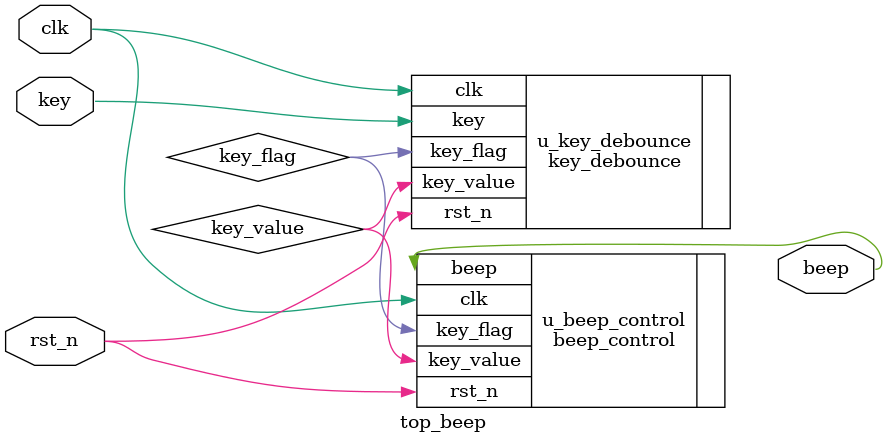
<source format=v>
module top_beep (
    input clk,
    input rst_n,

    input key,
    
    output beep
);

    wire key_value;
    wire key_flag;
    
    key_debounce u_key_debounce (
        .clk(clk),
        .rst_n(rst_n),

        .key(key),
        .key_value(key_value),
        .key_flag(key_flag)
    );

    beep_control u_beep_control (
        .clk(clk),
        .rst_n(rst_n),

        .key_value(key_value),
        .key_flag(key_flag),
        .beep(beep)
    );
endmodule
</source>
